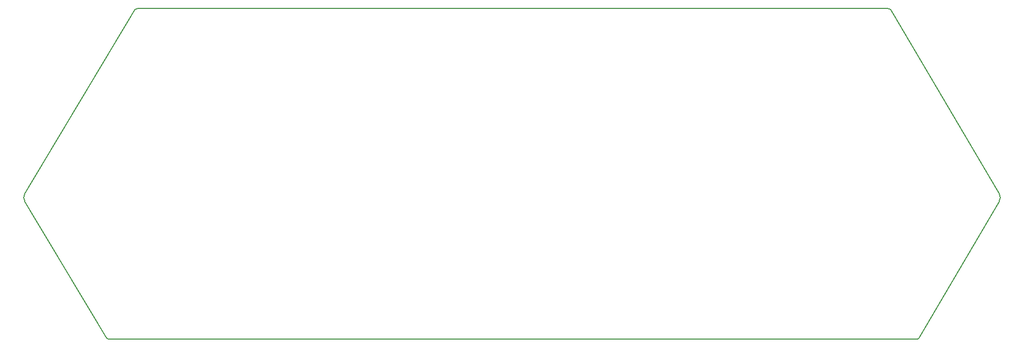
<source format=gbr>
G04 #@! TF.GenerationSoftware,KiCad,Pcbnew,8.0.0*
G04 #@! TF.CreationDate,2025-06-09T22:07:59-04:00*
G04 #@! TF.ProjectId,Kenbak_MEGA_10,4b656e62-616b-45f4-9d45-47415f31302e,rev?*
G04 #@! TF.SameCoordinates,Original*
G04 #@! TF.FileFunction,Profile,NP*
%FSLAX46Y46*%
G04 Gerber Fmt 4.6, Leading zero omitted, Abs format (unit mm)*
G04 Created by KiCad (PCBNEW 8.0.0) date 2025-06-09 22:07:59*
%MOMM*%
%LPD*%
G01*
G04 APERTURE LIST*
G04 #@! TA.AperFunction,Profile*
%ADD10C,0.150000*%
G04 #@! TD*
G04 APERTURE END LIST*
D10*
X237616999Y-75514200D02*
X224790000Y-97485200D01*
X224790000Y-97485200D02*
G75*
G02*
X224282000Y-97739200I-508000J381000D01*
G01*
X80772000Y-74244200D02*
X98425000Y-44653200D01*
X98425000Y-44653200D02*
G75*
G02*
X98933000Y-44399200I508000J-381000D01*
G01*
X237616999Y-74244200D02*
X220217999Y-44653200D01*
X80772001Y-75514200D02*
G75*
G02*
X80772001Y-74244200I1015999J635000D01*
G01*
X219709999Y-44399200D02*
X98933000Y-44399200D01*
X80772000Y-75514200D02*
X93882981Y-97485200D01*
X94390981Y-97739200D02*
X224282000Y-97739200D01*
X237616997Y-74244200D02*
G75*
G02*
X237616997Y-75514200I-1015997J-635000D01*
G01*
X94390981Y-97739200D02*
G75*
G02*
X93882993Y-97485191I19J635000D01*
G01*
X219709999Y-44399200D02*
G75*
G02*
X220218000Y-44653200I1J-635000D01*
G01*
M02*

</source>
